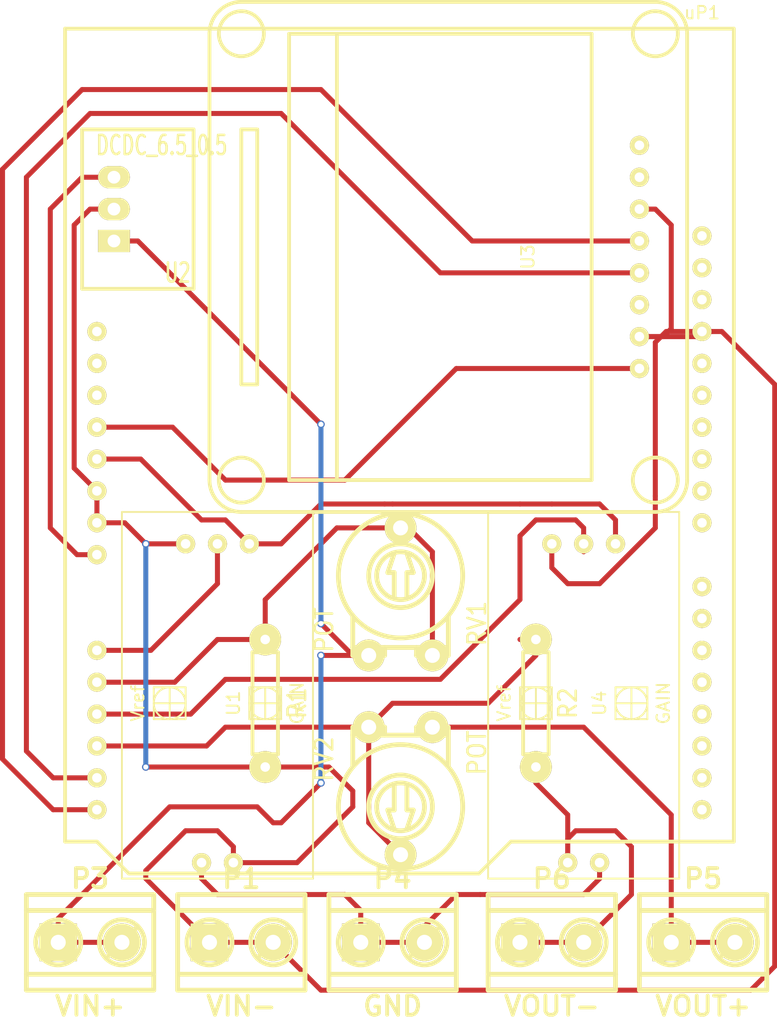
<source format=kicad_pcb>
(kicad_pcb (version 4) (host pcbnew 4.0.2+e4-6225~38~ubuntu14.04.1-stable)

  (general
    (links 36)
    (no_connects 0)
    (area 116.439999 65.689999 178.835002 147.4692)
    (thickness 1.6)
    (drawings 0)
    (tracks 164)
    (zones 0)
    (modules 14)
    (nets 15)
  )

  (page A4)
  (layers
    (0 F.Cu signal)
    (31 B.Cu signal)
    (32 B.Adhes user)
    (33 F.Adhes user)
    (34 B.Paste user)
    (35 F.Paste user)
    (36 B.SilkS user)
    (37 F.SilkS user)
    (38 B.Mask user)
    (39 F.Mask user)
    (40 Dwgs.User user)
    (41 Cmts.User user)
    (42 Eco1.User user)
    (43 Eco2.User user)
    (44 Edge.Cuts user)
    (45 Margin user)
    (46 B.CrtYd user)
    (47 F.CrtYd user)
    (48 B.Fab user)
    (49 F.Fab user)
  )

  (setup
    (last_trace_width 0.25)
    (trace_clearance 0.2)
    (zone_clearance 0.508)
    (zone_45_only no)
    (trace_min 0.2)
    (segment_width 0.2)
    (edge_width 0.1)
    (via_size 0.6)
    (via_drill 0.4)
    (via_min_size 0.4)
    (via_min_drill 0.3)
    (uvia_size 0.3)
    (uvia_drill 0.1)
    (uvias_allowed no)
    (uvia_min_size 0.2)
    (uvia_min_drill 0.1)
    (pcb_text_width 0.3)
    (pcb_text_size 1.5 1.5)
    (mod_edge_width 0.15)
    (mod_text_size 1 1)
    (mod_text_width 0.15)
    (pad_size 1.5 1.5)
    (pad_drill 0.6)
    (pad_to_mask_clearance 0)
    (aux_axis_origin 0 0)
    (visible_elements FFFFFF7F)
    (pcbplotparams
      (layerselection 0x00030_80000001)
      (usegerberextensions false)
      (excludeedgelayer true)
      (linewidth 0.100000)
      (plotframeref false)
      (viasonmask false)
      (mode 1)
      (useauxorigin false)
      (hpglpennumber 1)
      (hpglpenspeed 20)
      (hpglpendiameter 15)
      (hpglpenoverlay 2)
      (psnegative false)
      (psa4output false)
      (plotreference true)
      (plotvalue true)
      (plotinvisibletext false)
      (padsonsilk false)
      (subtractmaskfromsilk false)
      (outputformat 1)
      (mirror false)
      (drillshape 1)
      (scaleselection 1)
      (outputdirectory ""))
  )

  (net 0 "")
  (net 1 GND)
  (net 2 "Net-(P3-Pad1)")
  (net 3 "Net-(P4-Pad1)")
  (net 4 "Net-(P5-Pad1)")
  (net 5 "Net-(P6-Pad1)")
  (net 6 "Net-(R1-Pad1)")
  (net 7 "Net-(R2-Pad1)")
  (net 8 "Net-(U1-Pad3)")
  (net 9 "Net-(U1-Pad4)")
  (net 10 "Net-(U2-PadVO)")
  (net 11 "Net-(U3-Pad1)")
  (net 12 /SCL)
  (net 13 /SDA)
  (net 14 "Net-(U4-Pad4)")

  (net_class Default "This is the default net class."
    (clearance 0.2)
    (trace_width 0.25)
    (via_dia 0.6)
    (via_drill 0.4)
    (uvia_dia 0.3)
    (uvia_drill 0.1)
  )

  (net_class Defecte ""
    (clearance 0.2)
    (trace_width 0.4)
    (via_dia 0.6)
    (via_drill 0.4)
    (uvia_dia 0.3)
    (uvia_drill 0.1)
    (add_net /SCL)
    (add_net /SDA)
    (add_net GND)
    (add_net "Net-(P3-Pad1)")
    (add_net "Net-(P4-Pad1)")
    (add_net "Net-(P5-Pad1)")
    (add_net "Net-(P6-Pad1)")
    (add_net "Net-(R1-Pad1)")
    (add_net "Net-(R2-Pad1)")
    (add_net "Net-(U1-Pad3)")
    (add_net "Net-(U1-Pad4)")
    (add_net "Net-(U2-PadVO)")
    (add_net "Net-(U3-Pad1)")
    (add_net "Net-(U4-Pad4)")
  )

  (module Seutec_Arduinos:Arduino_UNO (layer F.Cu) (tedit 57302B38) (tstamp 57303801)
    (at 148.5011 105.0036)
    (path /57303342)
    (fp_text reference uP1 (at 24.13 -38.1) (layer F.SilkS)
      (effects (font (size 1 1) (thickness 0.15)))
    )
    (fp_text value Arduino_UNO (at -21.59 -38.1) (layer F.Fab)
      (effects (font (size 1 1) (thickness 0.15)))
    )
    (fp_line (start -26.67 27.94) (end -24.13 27.94) (layer F.SilkS) (width 0.3))
    (fp_line (start -24.13 27.94) (end -21.59 30.48) (layer F.SilkS) (width 0.3))
    (fp_line (start -21.59 30.48) (end 6.35 30.48) (layer F.SilkS) (width 0.3))
    (fp_line (start 6.35 30.48) (end 8.89 27.94) (layer F.SilkS) (width 0.3))
    (fp_line (start 8.89 27.94) (end 25.4 27.94) (layer F.SilkS) (width 0.3))
    (fp_line (start 25.4 27.94) (end 26.67 27.94) (layer F.SilkS) (width 0.3))
    (fp_line (start 26.67 27.94) (end 26.67 -36.83) (layer F.SilkS) (width 0.3))
    (fp_line (start 26.67 -36.83) (end -26.67 -36.83) (layer F.SilkS) (width 0.3))
    (fp_line (start -26.67 -36.83) (end -26.67 27.94) (layer F.SilkS) (width 0.3))
    (pad 1 thru_hole circle (at -24.13 -12.7) (size 1.524 1.524) (drill 0.762) (layers *.Cu *.Mask F.SilkS))
    (pad 2 thru_hole circle (at -24.13 -10.16) (size 1.524 1.524) (drill 0.762) (layers *.Cu *.Mask F.SilkS))
    (pad 3 thru_hole circle (at -24.13 -7.62) (size 1.524 1.524) (drill 0.762) (layers *.Cu *.Mask F.SilkS))
    (pad 4 thru_hole circle (at -24.13 -5.08) (size 1.524 1.524) (drill 0.762) (layers *.Cu *.Mask F.SilkS)
      (net 11 "Net-(U3-Pad1)"))
    (pad 5 thru_hole circle (at -24.13 -2.54) (size 1.524 1.524) (drill 0.762) (layers *.Cu *.Mask F.SilkS)
      (net 8 "Net-(U1-Pad3)"))
    (pad 6 thru_hole circle (at -24.13 0) (size 1.524 1.524) (drill 0.762) (layers *.Cu *.Mask F.SilkS)
      (net 1 GND))
    (pad 7 thru_hole circle (at -24.13 2.54) (size 1.524 1.524) (drill 0.762) (layers *.Cu *.Mask F.SilkS)
      (net 1 GND))
    (pad 8 thru_hole circle (at -24.13 5.08) (size 1.524 1.524) (drill 0.762) (layers *.Cu *.Mask F.SilkS)
      (net 10 "Net-(U2-PadVO)"))
    (pad 9 thru_hole circle (at -24.13 12.7) (size 1.524 1.524) (drill 0.762) (layers *.Cu *.Mask F.SilkS)
      (net 9 "Net-(U1-Pad4)"))
    (pad 10 thru_hole circle (at -24.13 15.24) (size 1.524 1.524) (drill 0.762) (layers *.Cu *.Mask F.SilkS)
      (net 6 "Net-(R1-Pad1)"))
    (pad 11 thru_hole circle (at -24.13 17.78) (size 1.524 1.524) (drill 0.762) (layers *.Cu *.Mask F.SilkS)
      (net 14 "Net-(U4-Pad4)"))
    (pad 12 thru_hole circle (at -24.13 20.32) (size 1.524 1.524) (drill 0.762) (layers *.Cu *.Mask F.SilkS)
      (net 7 "Net-(R2-Pad1)"))
    (pad 13 thru_hole circle (at -24.13 22.86) (size 1.524 1.524) (drill 0.762) (layers *.Cu *.Mask F.SilkS)
      (net 12 /SCL))
    (pad 14 thru_hole circle (at -24.13 25.4) (size 1.524 1.524) (drill 0.762) (layers *.Cu *.Mask F.SilkS)
      (net 13 /SDA))
    (pad 15 thru_hole circle (at 24.13 25.4) (size 1.524 1.524) (drill 0.762) (layers *.Cu *.Mask F.SilkS))
    (pad 16 thru_hole circle (at 24.13 22.86) (size 1.524 1.524) (drill 0.762) (layers *.Cu *.Mask F.SilkS))
    (pad 17 thru_hole circle (at 24.13 20.32) (size 1.524 1.524) (drill 0.762) (layers *.Cu *.Mask F.SilkS))
    (pad 18 thru_hole circle (at 24.13 17.78) (size 1.524 1.524) (drill 0.762) (layers *.Cu *.Mask F.SilkS))
    (pad 19 thru_hole circle (at 24.13 15.24) (size 1.524 1.524) (drill 0.762) (layers *.Cu *.Mask F.SilkS))
    (pad 20 thru_hole circle (at 24.13 12.7) (size 1.524 1.524) (drill 0.762) (layers *.Cu *.Mask F.SilkS))
    (pad 21 thru_hole circle (at 24.13 10.16) (size 1.524 1.524) (drill 0.762) (layers *.Cu *.Mask F.SilkS))
    (pad 22 thru_hole circle (at 24.13 7.62) (size 1.524 1.524) (drill 0.762) (layers *.Cu *.Mask F.SilkS))
    (pad 23 thru_hole circle (at 24.13 2.54) (size 1.524 1.524) (drill 0.762) (layers *.Cu *.Mask F.SilkS))
    (pad 24 thru_hole circle (at 24.13 0) (size 1.524 1.524) (drill 0.762) (layers *.Cu *.Mask F.SilkS))
    (pad 25 thru_hole circle (at 24.13 -2.54) (size 1.524 1.524) (drill 0.762) (layers *.Cu *.Mask F.SilkS))
    (pad 26 thru_hole circle (at 24.13 -5.08) (size 1.524 1.524) (drill 0.762) (layers *.Cu *.Mask F.SilkS))
    (pad 27 thru_hole circle (at 24.13 -7.62) (size 1.524 1.524) (drill 0.762) (layers *.Cu *.Mask F.SilkS))
    (pad 28 thru_hole circle (at 24.13 -10.16) (size 1.524 1.524) (drill 0.762) (layers *.Cu *.Mask F.SilkS))
    (pad 29 thru_hole circle (at 24.13 -12.7) (size 1.524 1.524) (drill 0.762) (layers *.Cu *.Mask F.SilkS)
      (net 1 GND))
    (pad 30 thru_hole circle (at 24.13 -15.24) (size 1.524 1.524) (drill 0.762) (layers *.Cu *.Mask F.SilkS))
    (pad 31 thru_hole circle (at 24.13 -17.78) (size 1.524 1.524) (drill 0.762) (layers *.Cu *.Mask F.SilkS))
    (pad 32 thru_hole circle (at 24.13 -20.32) (size 1.524 1.524) (drill 0.762) (layers *.Cu *.Mask F.SilkS))
  )

  (module Seutec_Arduinos:OLED_WaveShare_130 (layer F.Cu) (tedit 572ED850) (tstamp 573037B7)
    (at 152.4 86.36 180)
    (path /572EE9D1)
    (fp_text reference U3 (at -6.35 0 270) (layer F.SilkS)
      (effects (font (size 1 1) (thickness 0.15)))
    )
    (fp_text value OLED_WaveShare (at -8.89 0 270) (layer F.Fab)
      (effects (font (size 1 1) (thickness 0.15)))
    )
    (fp_line (start 16.51 -10.16) (end 15.24 -10.16) (layer F.SilkS) (width 0.3))
    (fp_line (start 15.24 -10.16) (end 15.24 10.16) (layer F.SilkS) (width 0.3))
    (fp_line (start 15.24 10.16) (end 16.51 10.16) (layer F.SilkS) (width 0.3))
    (fp_line (start 16.51 10.16) (end 16.51 -10.16) (layer F.SilkS) (width 0.3))
    (fp_line (start 8.89 -17.78) (end 8.89 17.78) (layer F.SilkS) (width 0.3))
    (fp_line (start -11.43 -17.78) (end -11.43 17.78) (layer F.SilkS) (width 0.3))
    (fp_line (start -11.43 17.78) (end 12.7 17.78) (layer F.SilkS) (width 0.3))
    (fp_line (start 12.7 17.78) (end 12.7 -17.78) (layer F.SilkS) (width 0.3))
    (fp_line (start 12.7 -17.78) (end -11.43 -17.78) (layer F.SilkS) (width 0.3))
    (fp_circle (center -16.51 17.78) (end -17.78 19.05) (layer F.SilkS) (width 0.3))
    (fp_circle (center -16.51 -17.78) (end -15.24 -19.05) (layer F.SilkS) (width 0.3))
    (fp_circle (center 16.51 -17.78) (end 17.78 -19.05) (layer F.SilkS) (width 0.3))
    (fp_circle (center 16.51 17.78) (end 17.78 19.05) (layer F.SilkS) (width 0.3))
    (fp_line (start 16.51 20.32) (end -16.51 20.32) (layer F.SilkS) (width 0.3))
    (fp_arc (start 16.51 17.78) (end 19.05 17.78) (angle 90) (layer F.SilkS) (width 0.3))
    (fp_arc (start -16.51 17.78) (end -16.51 20.32) (angle 90) (layer F.SilkS) (width 0.3))
    (fp_line (start -19.05 -17.78) (end -19.05 17.78) (layer F.SilkS) (width 0.3))
    (fp_line (start 19.05 -17.78) (end 19.05 17.78) (layer F.SilkS) (width 0.3))
    (fp_arc (start 16.51 -17.78) (end 16.51 -20.32) (angle 90) (layer F.SilkS) (width 0.3))
    (fp_line (start -16.51 -20.32) (end 16.51 -20.32) (layer F.SilkS) (width 0.3))
    (fp_arc (start -16.51 -17.78) (end -19.05 -17.78) (angle 90) (layer F.SilkS) (width 0.3))
    (pad 1 thru_hole circle (at -15.24 -8.89 180) (size 1.524 1.524) (drill 0.762) (layers *.Cu *.Mask F.SilkS)
      (net 11 "Net-(U3-Pad1)"))
    (pad 2 thru_hole circle (at -15.24 -6.35 180) (size 1.524 1.524) (drill 0.762) (layers *.Cu *.Mask F.SilkS)
      (net 1 GND))
    (pad 3 thru_hole circle (at -15.24 -3.81 180) (size 1.524 1.524) (drill 0.762) (layers *.Cu *.Mask F.SilkS))
    (pad 4 thru_hole circle (at -15.24 -1.27 180) (size 1.524 1.524) (drill 0.762) (layers *.Cu *.Mask F.SilkS)
      (net 12 /SCL))
    (pad 5 thru_hole circle (at -15.24 1.27 180) (size 1.524 1.524) (drill 0.762) (layers *.Cu *.Mask F.SilkS)
      (net 13 /SDA))
    (pad 6 thru_hole circle (at -15.24 3.81 180) (size 1.524 1.524) (drill 0.762) (layers *.Cu *.Mask F.SilkS)
      (net 1 GND))
    (pad 7 thru_hole circle (at -15.24 6.35 180) (size 1.524 1.524) (drill 0.762) (layers *.Cu *.Mask F.SilkS))
    (pad 8 thru_hole circle (at -15.24 8.89 180) (size 1.524 1.524) (drill 0.762) (layers *.Cu *.Mask F.SilkS))
  )

  (module Seutec_Arduinos:ACS712_Low_Current (layer F.Cu) (tedit 572CFA71) (tstamp 573037D4)
    (at 163.195 121.92 90)
    (path /572D00A3)
    (fp_text reference U4 (at 0 1.27 90) (layer F.SilkS)
      (effects (font (size 1 1) (thickness 0.15)))
    )
    (fp_text value ACS712_Low_Current (at 0 -1.27 90) (layer F.Fab)
      (effects (font (size 1 1) (thickness 0.15)))
    )
    (fp_text user Vref (at 0 -6.35 90) (layer F.SilkS)
      (effects (font (size 1 1) (thickness 0.15)))
    )
    (fp_text user GAIN (at 0 6.35 90) (layer F.SilkS)
      (effects (font (size 1 1) (thickness 0.15)))
    )
    (fp_line (start -1.27 3.81) (end 1.27 3.81) (layer F.SilkS) (width 0.15))
    (fp_line (start 0 2.54) (end 0 5.08) (layer F.SilkS) (width 0.15))
    (fp_line (start -1.27 -3.81) (end 1.27 -3.81) (layer F.SilkS) (width 0.15))
    (fp_line (start 0 -5.08) (end 0 -2.54) (layer F.SilkS) (width 0.15))
    (fp_circle (center 0 -3.81) (end 1.27 -3.81) (layer F.SilkS) (width 0.15))
    (fp_circle (center 0 3.81) (end 1.27 3.81) (layer F.SilkS) (width 0.15))
    (fp_line (start -1.27 5.08) (end 1.27 5.08) (layer F.SilkS) (width 0.15))
    (fp_line (start 1.27 5.08) (end 1.27 2.54) (layer F.SilkS) (width 0.15))
    (fp_line (start 1.27 2.54) (end -1.27 2.54) (layer F.SilkS) (width 0.15))
    (fp_line (start -1.27 2.54) (end -1.27 5.08) (layer F.SilkS) (width 0.15))
    (fp_line (start -1.27 -5.08) (end 1.27 -5.08) (layer F.SilkS) (width 0.15))
    (fp_line (start 1.27 -5.08) (end 1.27 -2.54) (layer F.SilkS) (width 0.15))
    (fp_line (start 1.27 -2.54) (end -1.27 -2.54) (layer F.SilkS) (width 0.15))
    (fp_line (start -1.27 -2.54) (end -1.27 -5.08) (layer F.SilkS) (width 0.15))
    (fp_line (start 15.24 7.62) (end -13.97 7.62) (layer F.SilkS) (width 0.15))
    (fp_line (start -13.97 -7.62) (end 15.24 -7.62) (layer F.SilkS) (width 0.15))
    (fp_line (start 15.24 -7.62) (end 15.24 7.62) (layer F.SilkS) (width 0.15))
    (fp_line (start -13.97 -7.62) (end -13.97 7.62) (layer F.SilkS) (width 0.15))
    (pad 1 thru_hole circle (at -12.7 -1.27 90) (size 1.524 1.524) (drill 0.762) (layers *.Cu *.Mask F.SilkS)
      (net 5 "Net-(P6-Pad1)"))
    (pad 2 thru_hole circle (at -12.7 1.27 90) (size 1.524 1.524) (drill 0.762) (layers *.Cu *.Mask F.SilkS)
      (net 3 "Net-(P4-Pad1)"))
    (pad 3 thru_hole circle (at 12.7 2.54 90) (size 1.524 1.524) (drill 0.762) (layers *.Cu *.Mask F.SilkS)
      (net 8 "Net-(U1-Pad3)"))
    (pad 4 thru_hole circle (at 12.7 0 90) (size 1.524 1.524) (drill 0.762) (layers *.Cu *.Mask F.SilkS)
      (net 14 "Net-(U4-Pad4)"))
    (pad 5 thru_hole circle (at 12.7 -2.54 90) (size 1.524 1.524) (drill 0.762) (layers *.Cu *.Mask F.SilkS)
      (net 1 GND))
  )

  (module Seutec:RGLT2 (layer F.Cu) (tedit 492BBA62) (tstamp 57303740)
    (at 135.89 140.97)
    (descr "Bornier d'alimentation 2 pins")
    (tags DEV)
    (path /572D0AF5)
    (fp_text reference P1 (at 0 -5.08) (layer F.SilkS)
      (effects (font (thickness 0.3048)))
    )
    (fp_text value VIN- (at 0 5.08) (layer F.SilkS)
      (effects (font (thickness 0.3048)))
    )
    (fp_line (start 5.08 2.54) (end -5.08 2.54) (layer F.SilkS) (width 0.381))
    (fp_line (start -5.08 -2.54) (end 5.08 -2.54) (layer F.SilkS) (width 0.381))
    (fp_line (start -5.08 -3.81) (end -5.08 3.81) (layer F.SilkS) (width 0.381))
    (fp_line (start -5.08 3.81) (end 5.08 3.81) (layer F.SilkS) (width 0.381))
    (fp_line (start 5.08 3.81) (end 5.08 -3.81) (layer F.SilkS) (width 0.381))
    (fp_line (start 5.08 -3.81) (end -5.08 -3.81) (layer F.SilkS) (width 0.381))
    (fp_line (start -3.81 1.27) (end -1.27 -1.27) (layer F.SilkS) (width 0.381))
    (fp_line (start 1.27 1.27) (end 3.81 -1.27) (layer F.SilkS) (width 0.381))
    (fp_circle (center 2.54 0) (end 3.81 -1.27) (layer F.SilkS) (width 0.381))
    (fp_circle (center -2.54 0) (end -1.27 -1.27) (layer F.SilkS) (width 0.381))
    (pad 1 thru_hole rect (at -2.54 0) (size 2.99974 2.99974) (drill 1.19888) (layers *.Cu *.Mask F.SilkS)
      (net 1 GND))
    (pad 2 thru_hole circle (at 2.54 0) (size 2.99974 2.99974) (drill 1.19888) (layers *.Cu *.Mask F.SilkS)
      (net 1 GND))
    (model sje/RGLT2.wrl
      (at (xyz 0 0 0))
      (scale (xyz 10 10 10))
      (rotate (xyz 0 0 180))
    )
  )

  (module Seutec:RGLT2 (layer F.Cu) (tedit 492BBA62) (tstamp 57303746)
    (at 123.825 140.97)
    (descr "Bornier d'alimentation 2 pins")
    (tags DEV)
    (path /57168B73)
    (fp_text reference P3 (at 0 -5.08) (layer F.SilkS)
      (effects (font (thickness 0.3048)))
    )
    (fp_text value VIN+ (at 0 5.08) (layer F.SilkS)
      (effects (font (thickness 0.3048)))
    )
    (fp_line (start 5.08 2.54) (end -5.08 2.54) (layer F.SilkS) (width 0.381))
    (fp_line (start -5.08 -2.54) (end 5.08 -2.54) (layer F.SilkS) (width 0.381))
    (fp_line (start -5.08 -3.81) (end -5.08 3.81) (layer F.SilkS) (width 0.381))
    (fp_line (start -5.08 3.81) (end 5.08 3.81) (layer F.SilkS) (width 0.381))
    (fp_line (start 5.08 3.81) (end 5.08 -3.81) (layer F.SilkS) (width 0.381))
    (fp_line (start 5.08 -3.81) (end -5.08 -3.81) (layer F.SilkS) (width 0.381))
    (fp_line (start -3.81 1.27) (end -1.27 -1.27) (layer F.SilkS) (width 0.381))
    (fp_line (start 1.27 1.27) (end 3.81 -1.27) (layer F.SilkS) (width 0.381))
    (fp_circle (center 2.54 0) (end 3.81 -1.27) (layer F.SilkS) (width 0.381))
    (fp_circle (center -2.54 0) (end -1.27 -1.27) (layer F.SilkS) (width 0.381))
    (pad 1 thru_hole rect (at -2.54 0) (size 2.99974 2.99974) (drill 1.19888) (layers *.Cu *.Mask F.SilkS)
      (net 2 "Net-(P3-Pad1)"))
    (pad 2 thru_hole circle (at 2.54 0) (size 2.99974 2.99974) (drill 1.19888) (layers *.Cu *.Mask F.SilkS)
      (net 2 "Net-(P3-Pad1)"))
    (model sje/RGLT2.wrl
      (at (xyz 0 0 0))
      (scale (xyz 10 10 10))
      (rotate (xyz 0 0 180))
    )
  )

  (module Seutec:RGLT2 (layer F.Cu) (tedit 492BBA62) (tstamp 5730374C)
    (at 147.955 140.97)
    (descr "Bornier d'alimentation 2 pins")
    (tags DEV)
    (path /572D0111)
    (fp_text reference P4 (at 0 -5.08) (layer F.SilkS)
      (effects (font (thickness 0.3048)))
    )
    (fp_text value GND (at 0 5.08) (layer F.SilkS)
      (effects (font (thickness 0.3048)))
    )
    (fp_line (start 5.08 2.54) (end -5.08 2.54) (layer F.SilkS) (width 0.381))
    (fp_line (start -5.08 -2.54) (end 5.08 -2.54) (layer F.SilkS) (width 0.381))
    (fp_line (start -5.08 -3.81) (end -5.08 3.81) (layer F.SilkS) (width 0.381))
    (fp_line (start -5.08 3.81) (end 5.08 3.81) (layer F.SilkS) (width 0.381))
    (fp_line (start 5.08 3.81) (end 5.08 -3.81) (layer F.SilkS) (width 0.381))
    (fp_line (start 5.08 -3.81) (end -5.08 -3.81) (layer F.SilkS) (width 0.381))
    (fp_line (start -3.81 1.27) (end -1.27 -1.27) (layer F.SilkS) (width 0.381))
    (fp_line (start 1.27 1.27) (end 3.81 -1.27) (layer F.SilkS) (width 0.381))
    (fp_circle (center 2.54 0) (end 3.81 -1.27) (layer F.SilkS) (width 0.381))
    (fp_circle (center -2.54 0) (end -1.27 -1.27) (layer F.SilkS) (width 0.381))
    (pad 1 thru_hole rect (at -2.54 0) (size 2.99974 2.99974) (drill 1.19888) (layers *.Cu *.Mask F.SilkS)
      (net 3 "Net-(P4-Pad1)"))
    (pad 2 thru_hole circle (at 2.54 0) (size 2.99974 2.99974) (drill 1.19888) (layers *.Cu *.Mask F.SilkS)
      (net 3 "Net-(P4-Pad1)"))
    (model sje/RGLT2.wrl
      (at (xyz 0 0 0))
      (scale (xyz 10 10 10))
      (rotate (xyz 0 0 180))
    )
  )

  (module Seutec:RGLT2 (layer F.Cu) (tedit 492BBA62) (tstamp 57303752)
    (at 172.72 140.97)
    (descr "Bornier d'alimentation 2 pins")
    (tags DEV)
    (path /57168675)
    (fp_text reference P5 (at 0 -5.08) (layer F.SilkS)
      (effects (font (thickness 0.3048)))
    )
    (fp_text value VOUT+ (at 0 5.08) (layer F.SilkS)
      (effects (font (thickness 0.3048)))
    )
    (fp_line (start 5.08 2.54) (end -5.08 2.54) (layer F.SilkS) (width 0.381))
    (fp_line (start -5.08 -2.54) (end 5.08 -2.54) (layer F.SilkS) (width 0.381))
    (fp_line (start -5.08 -3.81) (end -5.08 3.81) (layer F.SilkS) (width 0.381))
    (fp_line (start -5.08 3.81) (end 5.08 3.81) (layer F.SilkS) (width 0.381))
    (fp_line (start 5.08 3.81) (end 5.08 -3.81) (layer F.SilkS) (width 0.381))
    (fp_line (start 5.08 -3.81) (end -5.08 -3.81) (layer F.SilkS) (width 0.381))
    (fp_line (start -3.81 1.27) (end -1.27 -1.27) (layer F.SilkS) (width 0.381))
    (fp_line (start 1.27 1.27) (end 3.81 -1.27) (layer F.SilkS) (width 0.381))
    (fp_circle (center 2.54 0) (end 3.81 -1.27) (layer F.SilkS) (width 0.381))
    (fp_circle (center -2.54 0) (end -1.27 -1.27) (layer F.SilkS) (width 0.381))
    (pad 1 thru_hole rect (at -2.54 0) (size 2.99974 2.99974) (drill 1.19888) (layers *.Cu *.Mask F.SilkS)
      (net 4 "Net-(P5-Pad1)"))
    (pad 2 thru_hole circle (at 2.54 0) (size 2.99974 2.99974) (drill 1.19888) (layers *.Cu *.Mask F.SilkS)
      (net 4 "Net-(P5-Pad1)"))
    (model sje/RGLT2.wrl
      (at (xyz 0 0 0))
      (scale (xyz 10 10 10))
      (rotate (xyz 0 0 180))
    )
  )

  (module Seutec:RGLT2 (layer F.Cu) (tedit 492BBA62) (tstamp 57303758)
    (at 160.655 140.97)
    (descr "Bornier d'alimentation 2 pins")
    (tags DEV)
    (path /571686E5)
    (fp_text reference P6 (at 0 -5.08) (layer F.SilkS)
      (effects (font (thickness 0.3048)))
    )
    (fp_text value VOUT- (at 0 5.08) (layer F.SilkS)
      (effects (font (thickness 0.3048)))
    )
    (fp_line (start 5.08 2.54) (end -5.08 2.54) (layer F.SilkS) (width 0.381))
    (fp_line (start -5.08 -2.54) (end 5.08 -2.54) (layer F.SilkS) (width 0.381))
    (fp_line (start -5.08 -3.81) (end -5.08 3.81) (layer F.SilkS) (width 0.381))
    (fp_line (start -5.08 3.81) (end 5.08 3.81) (layer F.SilkS) (width 0.381))
    (fp_line (start 5.08 3.81) (end 5.08 -3.81) (layer F.SilkS) (width 0.381))
    (fp_line (start 5.08 -3.81) (end -5.08 -3.81) (layer F.SilkS) (width 0.381))
    (fp_line (start -3.81 1.27) (end -1.27 -1.27) (layer F.SilkS) (width 0.381))
    (fp_line (start 1.27 1.27) (end 3.81 -1.27) (layer F.SilkS) (width 0.381))
    (fp_circle (center 2.54 0) (end 3.81 -1.27) (layer F.SilkS) (width 0.381))
    (fp_circle (center -2.54 0) (end -1.27 -1.27) (layer F.SilkS) (width 0.381))
    (pad 1 thru_hole rect (at -2.54 0) (size 2.99974 2.99974) (drill 1.19888) (layers *.Cu *.Mask F.SilkS)
      (net 5 "Net-(P6-Pad1)"))
    (pad 2 thru_hole circle (at 2.54 0) (size 2.99974 2.99974) (drill 1.19888) (layers *.Cu *.Mask F.SilkS)
      (net 5 "Net-(P6-Pad1)"))
    (model sje/RGLT2.wrl
      (at (xyz 0 0 0))
      (scale (xyz 10 10 10))
      (rotate (xyz 0 0 180))
    )
  )

  (module Seutec:POT (layer F.Cu) (tedit 5215269B) (tstamp 5730376B)
    (at 148.59 113.03 90)
    (descr "Resistance variable / Potentiometre")
    (tags R)
    (path /572E1117)
    (fp_text reference RV1 (at -2.54 6.096 90) (layer F.SilkS)
      (effects (font (size 1.397 1.27) (thickness 0.2032)))
    )
    (fp_text value POT (at -3.048 -6.096 90) (layer F.SilkS)
      (effects (font (size 1.397 1.27) (thickness 0.2032)))
    )
    (fp_line (start -0.508 0.508) (end 1.524 0.508) (layer F.SilkS) (width 0.381))
    (fp_line (start 1.524 0.508) (end 1.524 1.016) (layer F.SilkS) (width 0.381))
    (fp_line (start 1.524 1.016) (end 3.048 0.508) (layer F.SilkS) (width 0.381))
    (fp_line (start 1.524 -0.508) (end -0.508 -0.508) (layer F.SilkS) (width 0.381))
    (fp_line (start 1.524 -0.508) (end 1.524 -1.016) (layer F.SilkS) (width 0.381))
    (fp_line (start 1.524 -1.016) (end 3.048 -0.508) (layer F.SilkS) (width 0.381))
    (fp_circle (center 1.27 0) (end 3.175 0) (layer F.SilkS) (width 0.381))
    (fp_circle (center 1.27 0) (end 3.81 0) (layer F.SilkS) (width 0.381))
    (fp_circle (center 1.27 0) (end -1.905 -3.81) (layer F.SilkS) (width 0.381))
    (fp_line (start -4.445 3.81) (end -1.905 3.81) (layer F.SilkS) (width 0.381))
    (fp_line (start -4.445 -3.81) (end -1.905 -3.81) (layer F.SilkS) (width 0.381))
    (fp_line (start -4.445 3.81) (end -5.08 3.81) (layer F.SilkS) (width 0.381))
    (fp_line (start -5.08 3.81) (end -5.08 1.27) (layer F.SilkS) (width 0.381))
    (fp_line (start -5.08 1.27) (end -4.445 1.27) (layer F.SilkS) (width 0.381))
    (fp_line (start -4.445 -1.27) (end -5.08 -1.27) (layer F.SilkS) (width 0.381))
    (fp_line (start -5.08 -1.27) (end -5.08 -3.81) (layer F.SilkS) (width 0.381))
    (fp_line (start -5.08 -3.81) (end -4.445 -3.81) (layer F.SilkS) (width 0.381))
    (fp_line (start -4.445 3.81) (end -4.445 -3.81) (layer F.SilkS) (width 0.381))
    (pad 1 thru_hole circle (at -5.08 -2.54 90) (size 2.54 2.54) (drill 1.19126) (layers *.Cu *.Mask F.SilkS)
      (net 2 "Net-(P3-Pad1)"))
    (pad 2 thru_hole circle (at 5.08 0 90) (size 2.54 2.54) (drill 1.1938) (layers *.Cu *.Mask F.SilkS)
      (net 6 "Net-(R1-Pad1)"))
    (pad 3 thru_hole circle (at -5.08 2.54 90) (size 2.54 2.54) (drill 1.19126) (layers *.Cu *.Mask F.SilkS)
      (net 6 "Net-(R1-Pad1)"))
  )

  (module Seutec:POT (layer F.Cu) (tedit 5215269B) (tstamp 57303772)
    (at 148.59 128.905 270)
    (descr "Resistance variable / Potentiometre")
    (tags R)
    (path /572E16ED)
    (fp_text reference RV2 (at -2.54 6.096 270) (layer F.SilkS)
      (effects (font (size 1.397 1.27) (thickness 0.2032)))
    )
    (fp_text value POT (at -3.048 -6.096 270) (layer F.SilkS)
      (effects (font (size 1.397 1.27) (thickness 0.2032)))
    )
    (fp_line (start -0.508 0.508) (end 1.524 0.508) (layer F.SilkS) (width 0.381))
    (fp_line (start 1.524 0.508) (end 1.524 1.016) (layer F.SilkS) (width 0.381))
    (fp_line (start 1.524 1.016) (end 3.048 0.508) (layer F.SilkS) (width 0.381))
    (fp_line (start 1.524 -0.508) (end -0.508 -0.508) (layer F.SilkS) (width 0.381))
    (fp_line (start 1.524 -0.508) (end 1.524 -1.016) (layer F.SilkS) (width 0.381))
    (fp_line (start 1.524 -1.016) (end 3.048 -0.508) (layer F.SilkS) (width 0.381))
    (fp_circle (center 1.27 0) (end 3.175 0) (layer F.SilkS) (width 0.381))
    (fp_circle (center 1.27 0) (end 3.81 0) (layer F.SilkS) (width 0.381))
    (fp_circle (center 1.27 0) (end -1.905 -3.81) (layer F.SilkS) (width 0.381))
    (fp_line (start -4.445 3.81) (end -1.905 3.81) (layer F.SilkS) (width 0.381))
    (fp_line (start -4.445 -3.81) (end -1.905 -3.81) (layer F.SilkS) (width 0.381))
    (fp_line (start -4.445 3.81) (end -5.08 3.81) (layer F.SilkS) (width 0.381))
    (fp_line (start -5.08 3.81) (end -5.08 1.27) (layer F.SilkS) (width 0.381))
    (fp_line (start -5.08 1.27) (end -4.445 1.27) (layer F.SilkS) (width 0.381))
    (fp_line (start -4.445 -1.27) (end -5.08 -1.27) (layer F.SilkS) (width 0.381))
    (fp_line (start -5.08 -1.27) (end -5.08 -3.81) (layer F.SilkS) (width 0.381))
    (fp_line (start -5.08 -3.81) (end -4.445 -3.81) (layer F.SilkS) (width 0.381))
    (fp_line (start -4.445 3.81) (end -4.445 -3.81) (layer F.SilkS) (width 0.381))
    (pad 1 thru_hole circle (at -5.08 -2.54 270) (size 2.54 2.54) (drill 1.19126) (layers *.Cu *.Mask F.SilkS)
      (net 4 "Net-(P5-Pad1)"))
    (pad 2 thru_hole circle (at 5.08 0 270) (size 2.54 2.54) (drill 1.1938) (layers *.Cu *.Mask F.SilkS)
      (net 7 "Net-(R2-Pad1)"))
    (pad 3 thru_hole circle (at -5.08 2.54 270) (size 2.54 2.54) (drill 1.19126) (layers *.Cu *.Mask F.SilkS)
      (net 7 "Net-(R2-Pad1)"))
  )

  (module Seutec_Arduinos:ACS712_Low_Current (layer F.Cu) (tedit 572CFA71) (tstamp 5730378F)
    (at 133.985 121.92 90)
    (path /572CF68E)
    (fp_text reference U1 (at 0 1.27 90) (layer F.SilkS)
      (effects (font (size 1 1) (thickness 0.15)))
    )
    (fp_text value ACS712_Low_Current (at 0 -1.27 90) (layer F.Fab)
      (effects (font (size 1 1) (thickness 0.15)))
    )
    (fp_text user Vref (at 0 -6.35 90) (layer F.SilkS)
      (effects (font (size 1 1) (thickness 0.15)))
    )
    (fp_text user GAIN (at 0 6.35 90) (layer F.SilkS)
      (effects (font (size 1 1) (thickness 0.15)))
    )
    (fp_line (start -1.27 3.81) (end 1.27 3.81) (layer F.SilkS) (width 0.15))
    (fp_line (start 0 2.54) (end 0 5.08) (layer F.SilkS) (width 0.15))
    (fp_line (start -1.27 -3.81) (end 1.27 -3.81) (layer F.SilkS) (width 0.15))
    (fp_line (start 0 -5.08) (end 0 -2.54) (layer F.SilkS) (width 0.15))
    (fp_circle (center 0 -3.81) (end 1.27 -3.81) (layer F.SilkS) (width 0.15))
    (fp_circle (center 0 3.81) (end 1.27 3.81) (layer F.SilkS) (width 0.15))
    (fp_line (start -1.27 5.08) (end 1.27 5.08) (layer F.SilkS) (width 0.15))
    (fp_line (start 1.27 5.08) (end 1.27 2.54) (layer F.SilkS) (width 0.15))
    (fp_line (start 1.27 2.54) (end -1.27 2.54) (layer F.SilkS) (width 0.15))
    (fp_line (start -1.27 2.54) (end -1.27 5.08) (layer F.SilkS) (width 0.15))
    (fp_line (start -1.27 -5.08) (end 1.27 -5.08) (layer F.SilkS) (width 0.15))
    (fp_line (start 1.27 -5.08) (end 1.27 -2.54) (layer F.SilkS) (width 0.15))
    (fp_line (start 1.27 -2.54) (end -1.27 -2.54) (layer F.SilkS) (width 0.15))
    (fp_line (start -1.27 -2.54) (end -1.27 -5.08) (layer F.SilkS) (width 0.15))
    (fp_line (start 15.24 7.62) (end -13.97 7.62) (layer F.SilkS) (width 0.15))
    (fp_line (start -13.97 -7.62) (end 15.24 -7.62) (layer F.SilkS) (width 0.15))
    (fp_line (start 15.24 -7.62) (end 15.24 7.62) (layer F.SilkS) (width 0.15))
    (fp_line (start -13.97 -7.62) (end -13.97 7.62) (layer F.SilkS) (width 0.15))
    (pad 1 thru_hole circle (at -12.7 -1.27 90) (size 1.524 1.524) (drill 0.762) (layers *.Cu *.Mask F.SilkS)
      (net 3 "Net-(P4-Pad1)"))
    (pad 2 thru_hole circle (at -12.7 1.27 90) (size 1.524 1.524) (drill 0.762) (layers *.Cu *.Mask F.SilkS)
      (net 1 GND))
    (pad 3 thru_hole circle (at 12.7 2.54 90) (size 1.524 1.524) (drill 0.762) (layers *.Cu *.Mask F.SilkS)
      (net 8 "Net-(U1-Pad3)"))
    (pad 4 thru_hole circle (at 12.7 0 90) (size 1.524 1.524) (drill 0.762) (layers *.Cu *.Mask F.SilkS)
      (net 9 "Net-(U1-Pad4)"))
    (pad 5 thru_hole circle (at 12.7 -2.54 90) (size 1.524 1.524) (drill 0.762) (layers *.Cu *.Mask F.SilkS)
      (net 1 GND))
  )

  (module Seutec:DCDC_78xx (layer F.Cu) (tedit 572D8102) (tstamp 57303796)
    (at 125.73 82.55 180)
    (tags DCDC_78xx)
    (path /572CEA05)
    (fp_text reference U2 (at -5.08 -5.08 180) (layer F.SilkS)
      (effects (font (size 1.524 1.016) (thickness 0.2032)))
    )
    (fp_text value DCDC_6.5_0.5 (at -3.81 5.08 180) (layer F.SilkS)
      (effects (font (size 1.524 1.016) (thickness 0.2032)))
    )
    (fp_line (start 2.54 -6.35) (end -6.35 -6.35) (layer F.SilkS) (width 0.3))
    (fp_line (start 2.54 6.35) (end -6.35 6.35) (layer F.SilkS) (width 0.3))
    (fp_line (start -6.35 6.35) (end -6.35 -6.35) (layer F.SilkS) (width 0.3))
    (fp_line (start 2.54 6.35) (end 2.54 -6.35) (layer F.SilkS) (width 0.3))
    (pad VI thru_hole rect (at 0 -2.54 180) (size 2.54 1.778) (drill 1.016) (layers *.Cu *.Mask F.SilkS)
      (net 2 "Net-(P3-Pad1)"))
    (pad GND thru_hole oval (at 0 0 180) (size 2.54 1.778) (drill 1.016) (layers *.Cu *.Mask F.SilkS)
      (net 1 GND))
    (pad VO thru_hole oval (at 0 2.54 180) (size 2.54 1.778) (drill 1.016) (layers *.Cu *.Mask F.SilkS)
      (net 10 "Net-(U2-PadVO)"))
    (model discret/to220_vert.wrl
      (at (xyz 0 0 0))
      (scale (xyz 1 1 1))
      (rotate (xyz 0 0 0))
    )
  )

  (module Seutec:R0.25W (layer F.Cu) (tedit 521C8994) (tstamp 57303A43)
    (at 137.795 121.92 270)
    (descr "Resitance 4 pas")
    (tags R)
    (path /57168B64)
    (autoplace_cost180 10)
    (fp_text reference R1 (at 0 -2.54 270) (layer F.SilkS)
      (effects (font (size 1.397 1.27) (thickness 0.2032)))
    )
    (fp_text value R (at 0 2.54 270) (layer F.SilkS) hide
      (effects (font (size 1.397 1.27) (thickness 0.2032)))
    )
    (fp_line (start -5.08 0) (end -4.064 0) (layer F.SilkS) (width 0.3048))
    (fp_line (start -4.064 0) (end -4.064 -1.016) (layer F.SilkS) (width 0.3048))
    (fp_line (start -4.064 -1.016) (end 4.064 -1.016) (layer F.SilkS) (width 0.3048))
    (fp_line (start 4.064 -1.016) (end 4.064 1.016) (layer F.SilkS) (width 0.3048))
    (fp_line (start 4.064 1.016) (end -4.064 1.016) (layer F.SilkS) (width 0.3048))
    (fp_line (start -4.064 1.016) (end -4.064 0) (layer F.SilkS) (width 0.3048))
    (fp_line (start 5.08 0) (end 4.064 0) (layer F.SilkS) (width 0.3048))
    (pad 1 thru_hole circle (at -5.08 0 270) (size 2.54 2.54) (drill 0.762) (layers *.Cu *.Mask F.SilkS)
      (net 6 "Net-(R1-Pad1)"))
    (pad 2 thru_hole circle (at 5.08 0 270) (size 2.54 2.54) (drill 0.762) (layers *.Cu *.Mask F.SilkS)
      (net 1 GND))
    (model discret/resistor.wrl
      (at (xyz 0 0 0))
      (scale (xyz 0.4 0.4 0.4))
      (rotate (xyz 0 0 0))
    )
  )

  (module Seutec:R0.25W (layer F.Cu) (tedit 521C8994) (tstamp 57303A48)
    (at 159.385 121.92 270)
    (descr "Resitance 4 pas")
    (tags R)
    (path /5716847B)
    (autoplace_cost180 10)
    (fp_text reference R2 (at 0 -2.54 270) (layer F.SilkS)
      (effects (font (size 1.397 1.27) (thickness 0.2032)))
    )
    (fp_text value R (at 0 2.54 270) (layer F.SilkS) hide
      (effects (font (size 1.397 1.27) (thickness 0.2032)))
    )
    (fp_line (start -5.08 0) (end -4.064 0) (layer F.SilkS) (width 0.3048))
    (fp_line (start -4.064 0) (end -4.064 -1.016) (layer F.SilkS) (width 0.3048))
    (fp_line (start -4.064 -1.016) (end 4.064 -1.016) (layer F.SilkS) (width 0.3048))
    (fp_line (start 4.064 -1.016) (end 4.064 1.016) (layer F.SilkS) (width 0.3048))
    (fp_line (start 4.064 1.016) (end -4.064 1.016) (layer F.SilkS) (width 0.3048))
    (fp_line (start -4.064 1.016) (end -4.064 0) (layer F.SilkS) (width 0.3048))
    (fp_line (start 5.08 0) (end 4.064 0) (layer F.SilkS) (width 0.3048))
    (pad 1 thru_hole circle (at -5.08 0 270) (size 2.54 2.54) (drill 0.762) (layers *.Cu *.Mask F.SilkS)
      (net 7 "Net-(R2-Pad1)"))
    (pad 2 thru_hole circle (at 5.08 0 270) (size 2.54 2.54) (drill 0.762) (layers *.Cu *.Mask F.SilkS)
      (net 5 "Net-(P6-Pad1)"))
    (model discret/resistor.wrl
      (at (xyz 0 0 0))
      (scale (xyz 0.4 0.4 0.4))
      (rotate (xyz 0 0 0))
    )
  )

  (segment (start 131.445 109.22) (end 128.27 109.22) (width 0.4) (layer F.Cu) (net 1))
  (segment (start 124.3711 107.5436) (end 126.5936 107.5436) (width 0.4) (layer F.Cu) (net 1))
  (segment (start 126.5936 107.5436) (end 128.27 109.22) (width 0.4) (layer F.Cu) (net 1) (tstamp 5730927F))
  (via (at 128.27 109.22) (size 0.6) (drill 0.4) (layers F.Cu B.Cu) (net 1))
  (segment (start 137.795 127) (end 128.27 127) (width 0.4) (layer F.Cu) (net 1))
  (segment (start 128.27 127) (end 128.27 109.22) (width 0.4) (layer B.Cu) (net 1) (tstamp 5730926F))
  (via (at 128.27 127) (size 0.6) (drill 0.4) (layers F.Cu B.Cu) (net 1))
  (segment (start 137.795 127) (end 142.875 127) (width 0.4) (layer F.Cu) (net 1))
  (segment (start 140.335 134.62) (end 135.255 134.62) (width 0.4) (layer F.Cu) (net 1) (tstamp 5730925E))
  (segment (start 144.78 130.175) (end 140.335 134.62) (width 0.4) (layer F.Cu) (net 1) (tstamp 5730925D))
  (segment (start 144.78 128.905) (end 144.78 130.175) (width 0.4) (layer F.Cu) (net 1) (tstamp 5730925C))
  (segment (start 142.875 127) (end 144.78 128.905) (width 0.4) (layer F.Cu) (net 1) (tstamp 5730925A))
  (segment (start 125.73 82.55) (end 123.825 82.55) (width 0.4) (layer F.Cu) (net 1))
  (segment (start 122.555 103.1875) (end 124.3711 105.0036) (width 0.4) (layer F.Cu) (net 1) (tstamp 573091D0))
  (segment (start 122.555 83.82) (end 122.555 103.1875) (width 0.4) (layer F.Cu) (net 1) (tstamp 573091CE))
  (segment (start 123.825 82.55) (end 122.555 83.82) (width 0.4) (layer F.Cu) (net 1) (tstamp 573091CD))
  (segment (start 167.64 92.71) (end 169.545 92.71) (width 0.4) (layer F.Cu) (net 1))
  (segment (start 168.91 82.55) (end 170.18 83.82) (width 0.4) (layer F.Cu) (net 1) (tstamp 57309131))
  (segment (start 170.18 83.82) (end 170.18 92.075) (width 0.4) (layer F.Cu) (net 1) (tstamp 57309132))
  (segment (start 168.91 82.55) (end 167.64 82.55) (width 0.4) (layer F.Cu) (net 1))
  (segment (start 169.545 92.71) (end 170.18 92.075) (width 0.4) (layer F.Cu) (net 1) (tstamp 57309135))
  (segment (start 167.64 92.71) (end 172.2247 92.71) (width 0.4) (layer F.Cu) (net 1))
  (segment (start 172.2247 92.71) (end 172.6311 92.3036) (width 0.4) (layer F.Cu) (net 1) (tstamp 5730912E))
  (segment (start 124.3711 105.0036) (end 124.0536 105.0036) (width 0.4) (layer F.Cu) (net 1))
  (segment (start 172.6311 92.3036) (end 174.2186 92.3036) (width 0.4) (layer F.Cu) (net 1))
  (segment (start 142.24 144.78) (end 138.43 140.97) (width 0.4) (layer F.Cu) (net 1) (tstamp 573086C7))
  (segment (start 176.53 144.78) (end 142.24 144.78) (width 0.4) (layer F.Cu) (net 1) (tstamp 573086C5))
  (segment (start 178.435 142.875) (end 176.53 144.78) (width 0.4) (layer F.Cu) (net 1) (tstamp 573086C3))
  (segment (start 178.435 96.52) (end 178.435 142.875) (width 0.4) (layer F.Cu) (net 1) (tstamp 573086C0))
  (segment (start 174.2186 92.3036) (end 178.435 96.52) (width 0.4) (layer F.Cu) (net 1) (tstamp 573086BB))
  (segment (start 133.35 140.97) (end 138.43 140.97) (width 0.4) (layer F.Cu) (net 1))
  (segment (start 128.27 135.255) (end 128.27 135.89) (width 0.4) (layer F.Cu) (net 1))
  (segment (start 131.445 132.08) (end 128.27 135.255) (width 0.4) (layer F.Cu) (net 1) (tstamp 57307EC7))
  (segment (start 133.985 132.08) (end 131.445 132.08) (width 0.4) (layer F.Cu) (net 1) (tstamp 57307EC6))
  (segment (start 135.255 133.35) (end 133.985 132.08) (width 0.4) (layer F.Cu) (net 1) (tstamp 57307EC5))
  (segment (start 135.255 134.62) (end 135.255 133.35) (width 0.4) (layer F.Cu) (net 1))
  (segment (start 128.27 135.89) (end 133.35 140.97) (width 0.4) (layer F.Cu) (net 1) (tstamp 57308672))
  (segment (start 160.655 109.22) (end 160.655 111.125) (width 0.4) (layer F.Cu) (net 1))
  (segment (start 160.655 111.125) (end 161.925 112.395) (width 0.4) (layer F.Cu) (net 1) (tstamp 57308191))
  (segment (start 161.925 112.395) (end 164.465 112.395) (width 0.4) (layer F.Cu) (net 1) (tstamp 57308192))
  (segment (start 164.465 112.395) (end 168.91 107.95) (width 0.4) (layer F.Cu) (net 1) (tstamp 57308193))
  (segment (start 168.91 107.95) (end 168.91 105.41) (width 0.4) (layer F.Cu) (net 1) (tstamp 57308194))
  (segment (start 168.91 93.1672) (end 169.7736 92.3036) (width 0.4) (layer F.Cu) (net 1) (tstamp 57308195))
  (segment (start 169.7736 92.3036) (end 172.6311 92.3036) (width 0.4) (layer F.Cu) (net 1) (tstamp 57303C17))
  (segment (start 168.91 105.41) (end 168.91 93.1672) (width 0.4) (layer F.Cu) (net 1) (tstamp 5730838D))
  (segment (start 124.3711 107.5436) (end 124.2314 107.5436) (width 0.4) (layer F.Cu) (net 1))
  (segment (start 124.3711 107.5436) (end 124.3711 105.0036) (width 0.4) (layer F.Cu) (net 1))
  (segment (start 137.795 127) (end 137.16 127) (width 0.4) (layer F.Cu) (net 1))
  (segment (start 146.05 118.11) (end 144.78 118.11) (width 0.4) (layer F.Cu) (net 2) (status C00000))
  (segment (start 144.78 118.11) (end 142.24 115.57) (width 0.4) (layer F.Cu) (net 2) (tstamp 5730933A) (status 400000))
  (segment (start 127.635 85.09) (end 125.73 85.09) (width 0.4) (layer F.Cu) (net 2) (tstamp 57309345) (status 800000))
  (segment (start 142.24 99.695) (end 127.635 85.09) (width 0.4) (layer F.Cu) (net 2) (tstamp 57309344))
  (via (at 142.24 99.695) (size 0.6) (drill 0.4) (layers F.Cu B.Cu) (net 2))
  (segment (start 142.24 115.57) (end 142.24 99.695) (width 0.4) (layer B.Cu) (net 2) (tstamp 5730933E))
  (via (at 142.24 115.57) (size 0.6) (drill 0.4) (layers F.Cu B.Cu) (net 2))
  (segment (start 121.285 140.97) (end 121.285 139.065) (width 0.4) (layer F.Cu) (net 2))
  (segment (start 142.24 118.11) (end 146.05 118.11) (width 0.4) (layer F.Cu) (net 2) (tstamp 5730924F))
  (via (at 142.24 118.11) (size 0.6) (drill 0.4) (layers F.Cu B.Cu) (net 2))
  (segment (start 142.24 128.27) (end 142.24 118.11) (width 0.4) (layer B.Cu) (net 2) (tstamp 5730924C))
  (via (at 142.24 128.27) (size 0.6) (drill 0.4) (layers F.Cu B.Cu) (net 2))
  (segment (start 139.065 131.445) (end 142.24 128.27) (width 0.4) (layer F.Cu) (net 2) (tstamp 57309242))
  (segment (start 138.43 131.445) (end 139.065 131.445) (width 0.4) (layer F.Cu) (net 2) (tstamp 57309241))
  (segment (start 137.16 130.175) (end 138.43 131.445) (width 0.4) (layer F.Cu) (net 2) (tstamp 57309239))
  (segment (start 130.175 130.175) (end 137.16 130.175) (width 0.4) (layer F.Cu) (net 2) (tstamp 57309237))
  (segment (start 121.285 139.065) (end 130.175 130.175) (width 0.4) (layer F.Cu) (net 2) (tstamp 57309231))
  (segment (start 121.285 140.97) (end 126.365 140.97) (width 0.4) (layer F.Cu) (net 2))
  (segment (start 146.05 118.11) (end 145.415 118.11) (width 0.4) (layer F.Cu) (net 2))
  (segment (start 150.495 140.97) (end 150.495 139.7) (width 0.4) (layer F.Cu) (net 3))
  (segment (start 150.495 139.7) (end 153.035 137.16) (width 0.4) (layer F.Cu) (net 3) (tstamp 57308600))
  (segment (start 153.035 137.16) (end 154.94 137.16) (width 0.4) (layer F.Cu) (net 3) (tstamp 57308602))
  (segment (start 145.415 140.97) (end 145.415 138.43) (width 0.4) (layer F.Cu) (net 3))
  (segment (start 132.715 135.89) (end 132.715 134.62) (width 0.4) (layer F.Cu) (net 3) (tstamp 573085FA))
  (segment (start 133.985 137.16) (end 132.715 135.89) (width 0.4) (layer F.Cu) (net 3) (tstamp 573085F9))
  (segment (start 144.145 137.16) (end 133.985 137.16) (width 0.4) (layer F.Cu) (net 3) (tstamp 573085F8))
  (segment (start 145.415 138.43) (end 144.145 137.16) (width 0.4) (layer F.Cu) (net 3) (tstamp 573085F5))
  (segment (start 150.495 140.97) (end 151.13 140.97) (width 0.4) (layer F.Cu) (net 3))
  (segment (start 164.465 135.89) (end 164.465 134.62) (width 0.4) (layer F.Cu) (net 3) (tstamp 573085E9))
  (segment (start 163.195 137.16) (end 164.465 135.89) (width 0.4) (layer F.Cu) (net 3) (tstamp 573085E7))
  (segment (start 154.94 137.16) (end 163.195 137.16) (width 0.4) (layer F.Cu) (net 3) (tstamp 573085E4))
  (segment (start 150.495 140.97) (end 145.415 140.97) (width 0.4) (layer F.Cu) (net 3))
  (segment (start 170.18 140.97) (end 175.26 140.97) (width 0.4) (layer F.Cu) (net 4))
  (segment (start 151.13 123.825) (end 163.195 123.825) (width 0.4) (layer F.Cu) (net 4))
  (segment (start 170.18 130.81) (end 170.18 140.97) (width 0.4) (layer F.Cu) (net 4) (tstamp 5730864B))
  (segment (start 163.195 123.825) (end 170.18 130.81) (width 0.4) (layer F.Cu) (net 4) (tstamp 57308649))
  (segment (start 163.195 140.97) (end 158.115 140.97) (width 0.4) (layer F.Cu) (net 5))
  (segment (start 161.925 134.62) (end 161.925 132.715) (width 0.4) (layer F.Cu) (net 5))
  (segment (start 167.005 137.16) (end 163.195 140.97) (width 0.4) (layer F.Cu) (net 5) (tstamp 57308630))
  (segment (start 167.005 133.35) (end 167.005 137.16) (width 0.4) (layer F.Cu) (net 5) (tstamp 5730862F))
  (segment (start 165.735 132.08) (end 167.005 133.35) (width 0.4) (layer F.Cu) (net 5) (tstamp 5730862E))
  (segment (start 162.56 132.08) (end 165.735 132.08) (width 0.4) (layer F.Cu) (net 5) (tstamp 5730862D))
  (segment (start 161.925 132.715) (end 162.56 132.08) (width 0.4) (layer F.Cu) (net 5) (tstamp 5730862C))
  (segment (start 159.385 127) (end 159.385 128.27) (width 0.4) (layer F.Cu) (net 5))
  (segment (start 159.385 128.27) (end 161.925 130.81) (width 0.4) (layer F.Cu) (net 5) (tstamp 57307CD6))
  (segment (start 161.925 130.81) (end 161.925 134.62) (width 0.4) (layer F.Cu) (net 5) (tstamp 57307C29))
  (segment (start 137.795 116.84) (end 137.795 113.665) (width 0.4) (layer F.Cu) (net 6))
  (segment (start 143.51 107.95) (end 148.59 107.95) (width 0.4) (layer F.Cu) (net 6) (tstamp 57308DFE))
  (segment (start 137.795 113.665) (end 143.51 107.95) (width 0.4) (layer F.Cu) (net 6) (tstamp 57308DFC))
  (segment (start 148.59 107.95) (end 149.225 107.95) (width 0.4) (layer F.Cu) (net 6))
  (segment (start 149.225 107.95) (end 151.13 109.855) (width 0.4) (layer F.Cu) (net 6) (tstamp 57308DF0))
  (segment (start 151.13 109.855) (end 151.13 118.11) (width 0.4) (layer F.Cu) (net 6) (tstamp 57308DF1))
  (segment (start 137.795 116.84) (end 133.985 116.84) (width 0.4) (layer F.Cu) (net 6))
  (segment (start 133.985 116.84) (end 130.5814 120.2436) (width 0.4) (layer F.Cu) (net 6) (tstamp 57307EB5))
  (segment (start 130.5814 120.2436) (end 124.3711 120.2436) (width 0.4) (layer F.Cu) (net 6) (tstamp 57307EB7))
  (segment (start 146.05 123.825) (end 147.955 121.92) (width 0.4) (layer F.Cu) (net 7))
  (segment (start 155.575 121.92) (end 159.385 118.11) (width 0.4) (layer F.Cu) (net 7) (tstamp 57308DF7))
  (segment (start 153.035 121.92) (end 155.575 121.92) (width 0.4) (layer F.Cu) (net 7) (tstamp 57308DF6))
  (segment (start 147.955 121.92) (end 153.035 121.92) (width 0.4) (layer F.Cu) (net 7) (tstamp 57308DF5))
  (segment (start 159.385 118.11) (end 159.385 116.84) (width 0.4) (layer F.Cu) (net 7) (tstamp 57308DF8))
  (segment (start 146.05 123.825) (end 134.62 123.825) (width 0.4) (layer F.Cu) (net 7))
  (segment (start 133.1214 125.3236) (end 124.3711 125.3236) (width 0.4) (layer F.Cu) (net 7) (tstamp 57307F59))
  (segment (start 134.62 123.825) (end 133.1214 125.3236) (width 0.4) (layer F.Cu) (net 7) (tstamp 57307F58))
  (segment (start 146.05 123.825) (end 146.05 131.445) (width 0.4) (layer F.Cu) (net 7))
  (segment (start 146.05 131.445) (end 148.59 133.985) (width 0.4) (layer F.Cu) (net 7) (tstamp 57307D71))
  (segment (start 159.385 116.84) (end 158.115 116.84) (width 0.4) (layer F.Cu) (net 7))
  (segment (start 158.115 106.045) (end 147.955 106.045) (width 0.4) (layer F.Cu) (net 8))
  (segment (start 136.525 109.22) (end 139.065 109.22) (width 0.4) (layer F.Cu) (net 8))
  (segment (start 139.065 109.22) (end 142.24 106.045) (width 0.4) (layer F.Cu) (net 8) (tstamp 57308299))
  (segment (start 124.3711 102.4636) (end 127.8636 102.4636) (width 0.4) (layer F.Cu) (net 8))
  (segment (start 134.62 107.315) (end 136.525 109.22) (width 0.4) (layer F.Cu) (net 8) (tstamp 57308295))
  (segment (start 132.715 107.315) (end 134.62 107.315) (width 0.4) (layer F.Cu) (net 8) (tstamp 57308291))
  (segment (start 127.8636 102.4636) (end 132.715 107.315) (width 0.4) (layer F.Cu) (net 8) (tstamp 5730828A))
  (segment (start 164.465 106.045) (end 165.735 107.315) (width 0.4) (layer F.Cu) (net 8) (tstamp 57307FB0))
  (segment (start 165.735 107.315) (end 165.735 109.22) (width 0.4) (layer F.Cu) (net 8) (tstamp 57307FB1))
  (segment (start 160.655 106.045) (end 164.465 106.045) (width 0.4) (layer F.Cu) (net 8) (tstamp 57308151))
  (segment (start 142.24 106.045) (end 147.32 106.045) (width 0.4) (layer F.Cu) (net 8) (tstamp 5730829D))
  (segment (start 147.32 106.045) (end 147.955 106.045) (width 0.4) (layer F.Cu) (net 8))
  (segment (start 158.115 106.045) (end 160.655 106.045) (width 0.4) (layer F.Cu) (net 8) (tstamp 57308180))
  (segment (start 124.3711 117.7036) (end 128.6764 117.7036) (width 0.4) (layer F.Cu) (net 9))
  (segment (start 133.985 112.395) (end 133.985 109.22) (width 0.4) (layer F.Cu) (net 9) (tstamp 57307DA5))
  (segment (start 128.6764 117.7036) (end 133.985 112.395) (width 0.4) (layer F.Cu) (net 9) (tstamp 57307DA3))
  (segment (start 125.73 80.01) (end 123.19 80.01) (width 0.4) (layer F.Cu) (net 10))
  (segment (start 122.7836 110.0836) (end 124.3711 110.0836) (width 0.4) (layer F.Cu) (net 10) (tstamp 573091DA))
  (segment (start 120.65 107.95) (end 122.7836 110.0836) (width 0.4) (layer F.Cu) (net 10) (tstamp 573091D9))
  (segment (start 120.65 82.55) (end 120.65 107.95) (width 0.4) (layer F.Cu) (net 10) (tstamp 573091D7))
  (segment (start 123.19 80.01) (end 120.65 82.55) (width 0.4) (layer F.Cu) (net 10) (tstamp 573091D5))
  (segment (start 124.3711 99.9236) (end 130.4036 99.9236) (width 0.4) (layer F.Cu) (net 11))
  (segment (start 153.035 95.25) (end 167.64 95.25) (width 0.4) (layer F.Cu) (net 11) (tstamp 573091E3))
  (segment (start 144.145 104.14) (end 153.035 95.25) (width 0.4) (layer F.Cu) (net 11) (tstamp 573091E2))
  (segment (start 134.62 104.14) (end 144.145 104.14) (width 0.4) (layer F.Cu) (net 11) (tstamp 573091E1))
  (segment (start 130.4036 99.9236) (end 134.62 104.14) (width 0.4) (layer F.Cu) (net 11) (tstamp 573091DF))
  (segment (start 167.64 87.63) (end 151.765 87.63) (width 0.4) (layer F.Cu) (net 12))
  (segment (start 120.8786 127.8636) (end 124.3711 127.8636) (width 0.4) (layer F.Cu) (net 12) (tstamp 573091C9))
  (segment (start 118.745 125.73) (end 120.8786 127.8636) (width 0.4) (layer F.Cu) (net 12) (tstamp 573091C7))
  (segment (start 118.745 80.01) (end 118.745 125.73) (width 0.4) (layer F.Cu) (net 12) (tstamp 573091C6))
  (segment (start 123.825 74.93) (end 118.745 80.01) (width 0.4) (layer F.Cu) (net 12) (tstamp 573091C5))
  (segment (start 139.065 74.93) (end 123.825 74.93) (width 0.4) (layer F.Cu) (net 12) (tstamp 573091C3))
  (segment (start 151.765 87.63) (end 139.065 74.93) (width 0.4) (layer F.Cu) (net 12) (tstamp 573091C2))
  (segment (start 167.64 85.09) (end 154.305 85.09) (width 0.4) (layer F.Cu) (net 13))
  (segment (start 120.8786 130.4036) (end 124.3711 130.4036) (width 0.4) (layer F.Cu) (net 13) (tstamp 573091B3))
  (segment (start 116.84 126.365) (end 120.8786 130.4036) (width 0.4) (layer F.Cu) (net 13) (tstamp 573091B1))
  (segment (start 116.84 79.375) (end 116.84 126.365) (width 0.4) (layer F.Cu) (net 13) (tstamp 573091AB))
  (segment (start 123.19 73.025) (end 116.84 79.375) (width 0.4) (layer F.Cu) (net 13) (tstamp 573091A8))
  (segment (start 142.24 73.025) (end 123.19 73.025) (width 0.4) (layer F.Cu) (net 13) (tstamp 573091A6))
  (segment (start 154.305 85.09) (end 142.24 73.025) (width 0.4) (layer F.Cu) (net 13) (tstamp 573091A5))
  (segment (start 163.195 109.22) (end 163.195 107.95) (width 0.4) (layer F.Cu) (net 14))
  (segment (start 158.115 108.585) (end 158.115 113.665) (width 0.4) (layer F.Cu) (net 14) (tstamp 5730818D))
  (segment (start 159.385 107.315) (end 158.115 108.585) (width 0.4) (layer F.Cu) (net 14) (tstamp 5730818C))
  (segment (start 162.56 107.315) (end 159.385 107.315) (width 0.4) (layer F.Cu) (net 14) (tstamp 5730818B))
  (segment (start 163.195 107.95) (end 162.56 107.315) (width 0.4) (layer F.Cu) (net 14) (tstamp 5730818A))
  (segment (start 131.8514 122.7836) (end 124.3711 122.7836) (width 0.4) (layer F.Cu) (net 14) (tstamp 57307F54))
  (segment (start 158.115 113.665) (end 151.765 120.015) (width 0.4) (layer F.Cu) (net 14) (tstamp 57307F4E))
  (segment (start 151.765 120.015) (end 134.62 120.015) (width 0.4) (layer F.Cu) (net 14) (tstamp 57307F50))
  (segment (start 134.62 120.015) (end 131.8514 122.7836) (width 0.4) (layer F.Cu) (net 14) (tstamp 57307F52))
  (segment (start 163.195 109.22) (end 163.195 109.855) (width 0.4) (layer F.Cu) (net 14))

)

</source>
